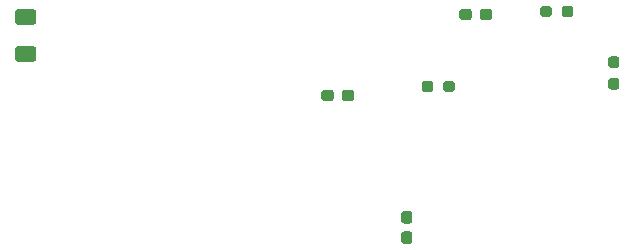
<source format=gbr>
%TF.GenerationSoftware,KiCad,Pcbnew,5.1.9-73d0e3b20d~88~ubuntu20.10.1*%
%TF.CreationDate,2021-03-23T08:11:44+00:00*%
%TF.ProjectId,A500,41353030-2e6b-4696-9361-645f70636258,rev?*%
%TF.SameCoordinates,Original*%
%TF.FileFunction,Paste,Bot*%
%TF.FilePolarity,Positive*%
%FSLAX46Y46*%
G04 Gerber Fmt 4.6, Leading zero omitted, Abs format (unit mm)*
G04 Created by KiCad (PCBNEW 5.1.9-73d0e3b20d~88~ubuntu20.10.1) date 2021-03-23 08:11:44*
%MOMM*%
%LPD*%
G01*
G04 APERTURE LIST*
G04 APERTURE END LIST*
%TO.C,C1*%
G36*
G01*
X59039999Y-31634000D02*
X60340001Y-31634000D01*
G75*
G02*
X60590000Y-31883999I0J-249999D01*
G01*
X60590000Y-32709001D01*
G75*
G02*
X60340001Y-32959000I-249999J0D01*
G01*
X59039999Y-32959000D01*
G75*
G02*
X58790000Y-32709001I0J249999D01*
G01*
X58790000Y-31883999D01*
G75*
G02*
X59039999Y-31634000I249999J0D01*
G01*
G37*
G36*
G01*
X59039999Y-28509000D02*
X60340001Y-28509000D01*
G75*
G02*
X60590000Y-28758999I0J-249999D01*
G01*
X60590000Y-29584001D01*
G75*
G02*
X60340001Y-29834000I-249999J0D01*
G01*
X59039999Y-29834000D01*
G75*
G02*
X58790000Y-29584001I0J249999D01*
G01*
X58790000Y-28758999D01*
G75*
G02*
X59039999Y-28509000I249999J0D01*
G01*
G37*
%TD*%
%TO.C,R3*%
G36*
G01*
X95040000Y-35289500D02*
X95040000Y-34814500D01*
G75*
G02*
X95277500Y-34577000I237500J0D01*
G01*
X95777500Y-34577000D01*
G75*
G02*
X96015000Y-34814500I0J-237500D01*
G01*
X96015000Y-35289500D01*
G75*
G02*
X95777500Y-35527000I-237500J0D01*
G01*
X95277500Y-35527000D01*
G75*
G02*
X95040000Y-35289500I0J237500D01*
G01*
G37*
G36*
G01*
X93215000Y-35289500D02*
X93215000Y-34814500D01*
G75*
G02*
X93452500Y-34577000I237500J0D01*
G01*
X93952500Y-34577000D01*
G75*
G02*
X94190000Y-34814500I0J-237500D01*
G01*
X94190000Y-35289500D01*
G75*
G02*
X93952500Y-35527000I-237500J0D01*
G01*
X93452500Y-35527000D01*
G75*
G02*
X93215000Y-35289500I0J237500D01*
G01*
G37*
%TD*%
%TO.C,C4*%
G36*
G01*
X91710500Y-47315000D02*
X92185500Y-47315000D01*
G75*
G02*
X92423000Y-47552500I0J-237500D01*
G01*
X92423000Y-48152500D01*
G75*
G02*
X92185500Y-48390000I-237500J0D01*
G01*
X91710500Y-48390000D01*
G75*
G02*
X91473000Y-48152500I0J237500D01*
G01*
X91473000Y-47552500D01*
G75*
G02*
X91710500Y-47315000I237500J0D01*
G01*
G37*
G36*
G01*
X91710500Y-45590000D02*
X92185500Y-45590000D01*
G75*
G02*
X92423000Y-45827500I0J-237500D01*
G01*
X92423000Y-46427500D01*
G75*
G02*
X92185500Y-46665000I-237500J0D01*
G01*
X91710500Y-46665000D01*
G75*
G02*
X91473000Y-46427500I0J237500D01*
G01*
X91473000Y-45827500D01*
G75*
G02*
X91710500Y-45590000I237500J0D01*
G01*
G37*
%TD*%
%TO.C,C3*%
G36*
G01*
X85781000Y-35576500D02*
X85781000Y-36051500D01*
G75*
G02*
X85543500Y-36289000I-237500J0D01*
G01*
X84943500Y-36289000D01*
G75*
G02*
X84706000Y-36051500I0J237500D01*
G01*
X84706000Y-35576500D01*
G75*
G02*
X84943500Y-35339000I237500J0D01*
G01*
X85543500Y-35339000D01*
G75*
G02*
X85781000Y-35576500I0J-237500D01*
G01*
G37*
G36*
G01*
X87506000Y-35576500D02*
X87506000Y-36051500D01*
G75*
G02*
X87268500Y-36289000I-237500J0D01*
G01*
X86668500Y-36289000D01*
G75*
G02*
X86431000Y-36051500I0J237500D01*
G01*
X86431000Y-35576500D01*
G75*
G02*
X86668500Y-35339000I237500J0D01*
G01*
X87268500Y-35339000D01*
G75*
G02*
X87506000Y-35576500I0J-237500D01*
G01*
G37*
%TD*%
%TO.C,R2*%
G36*
G01*
X105073000Y-28939500D02*
X105073000Y-28464500D01*
G75*
G02*
X105310500Y-28227000I237500J0D01*
G01*
X105810500Y-28227000D01*
G75*
G02*
X106048000Y-28464500I0J-237500D01*
G01*
X106048000Y-28939500D01*
G75*
G02*
X105810500Y-29177000I-237500J0D01*
G01*
X105310500Y-29177000D01*
G75*
G02*
X105073000Y-28939500I0J237500D01*
G01*
G37*
G36*
G01*
X103248000Y-28939500D02*
X103248000Y-28464500D01*
G75*
G02*
X103485500Y-28227000I237500J0D01*
G01*
X103985500Y-28227000D01*
G75*
G02*
X104223000Y-28464500I0J-237500D01*
G01*
X104223000Y-28939500D01*
G75*
G02*
X103985500Y-29177000I-237500J0D01*
G01*
X103485500Y-29177000D01*
G75*
G02*
X103248000Y-28939500I0J237500D01*
G01*
G37*
%TD*%
%TO.C,R1*%
G36*
G01*
X109236500Y-34334000D02*
X109711500Y-34334000D01*
G75*
G02*
X109949000Y-34571500I0J-237500D01*
G01*
X109949000Y-35071500D01*
G75*
G02*
X109711500Y-35309000I-237500J0D01*
G01*
X109236500Y-35309000D01*
G75*
G02*
X108999000Y-35071500I0J237500D01*
G01*
X108999000Y-34571500D01*
G75*
G02*
X109236500Y-34334000I237500J0D01*
G01*
G37*
G36*
G01*
X109236500Y-32509000D02*
X109711500Y-32509000D01*
G75*
G02*
X109949000Y-32746500I0J-237500D01*
G01*
X109949000Y-33246500D01*
G75*
G02*
X109711500Y-33484000I-237500J0D01*
G01*
X109236500Y-33484000D01*
G75*
G02*
X108999000Y-33246500I0J237500D01*
G01*
X108999000Y-32746500D01*
G75*
G02*
X109236500Y-32509000I237500J0D01*
G01*
G37*
%TD*%
%TO.C,C2*%
G36*
G01*
X98115000Y-29193500D02*
X98115000Y-28718500D01*
G75*
G02*
X98352500Y-28481000I237500J0D01*
G01*
X98952500Y-28481000D01*
G75*
G02*
X99190000Y-28718500I0J-237500D01*
G01*
X99190000Y-29193500D01*
G75*
G02*
X98952500Y-29431000I-237500J0D01*
G01*
X98352500Y-29431000D01*
G75*
G02*
X98115000Y-29193500I0J237500D01*
G01*
G37*
G36*
G01*
X96390000Y-29193500D02*
X96390000Y-28718500D01*
G75*
G02*
X96627500Y-28481000I237500J0D01*
G01*
X97227500Y-28481000D01*
G75*
G02*
X97465000Y-28718500I0J-237500D01*
G01*
X97465000Y-29193500D01*
G75*
G02*
X97227500Y-29431000I-237500J0D01*
G01*
X96627500Y-29431000D01*
G75*
G02*
X96390000Y-29193500I0J237500D01*
G01*
G37*
%TD*%
M02*

</source>
